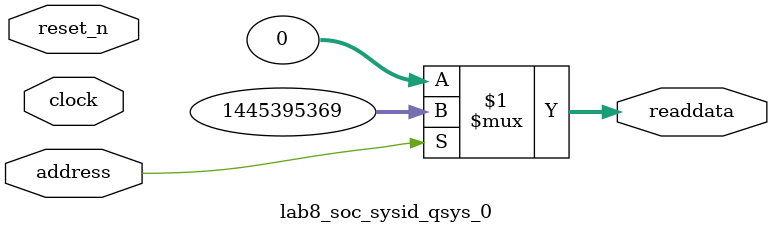
<source format=v>

`timescale 1ns / 1ps
// synthesis translate_on

// turn off superfluous verilog processor warnings 
// altera message_level Level1 
// altera message_off 10034 10035 10036 10037 10230 10240 10030 

module lab8_soc_sysid_qsys_0 (
               // inputs:
                address,
                clock,
                reset_n,

               // outputs:
                readdata
             )
;

  output  [ 31: 0] readdata;
  input            address;
  input            clock;
  input            reset_n;

  wire    [ 31: 0] readdata;
  //control_slave, which is an e_avalon_slave
  assign readdata = address ? 1445395369 : 0;

endmodule




</source>
